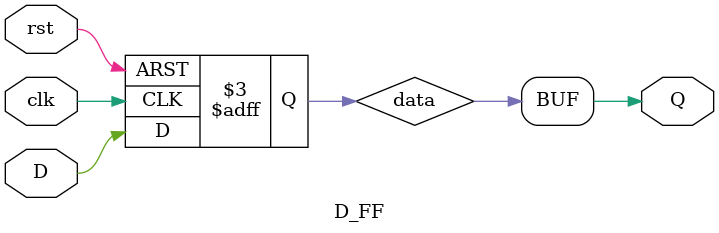
<source format=sv>
module D_FF
(
	input logic clk,
	input logic rst,
	input logic D,
	output logic Q
);
reg data;
assign Q = data;
always_ff @(posedge clk or negedge rst)
begin 
	if (!rst)
	data<= 1'b0;
	else 
	data<= D;
end 
endmodule
</source>
